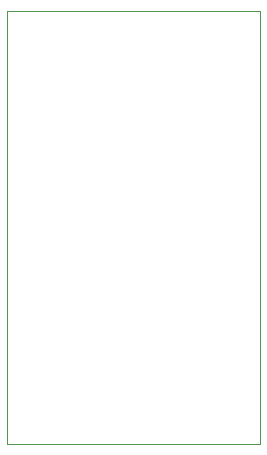
<source format=gbr>
%TF.GenerationSoftware,KiCad,Pcbnew,7.0.1*%
%TF.CreationDate,2024-01-21T13:12:55-07:00*%
%TF.ProjectId,camera_v1,63616d65-7261-45f7-9631-2e6b69636164,rev?*%
%TF.SameCoordinates,Original*%
%TF.FileFunction,Profile,NP*%
%FSLAX46Y46*%
G04 Gerber Fmt 4.6, Leading zero omitted, Abs format (unit mm)*
G04 Created by KiCad (PCBNEW 7.0.1) date 2024-01-21 13:12:55*
%MOMM*%
%LPD*%
G01*
G04 APERTURE LIST*
%TA.AperFunction,Profile*%
%ADD10C,0.100000*%
%TD*%
G04 APERTURE END LIST*
D10*
X146950000Y-105650000D02*
X168360000Y-105650000D01*
X168360000Y-142270000D01*
X146950000Y-142270000D01*
X146950000Y-105650000D01*
M02*

</source>
